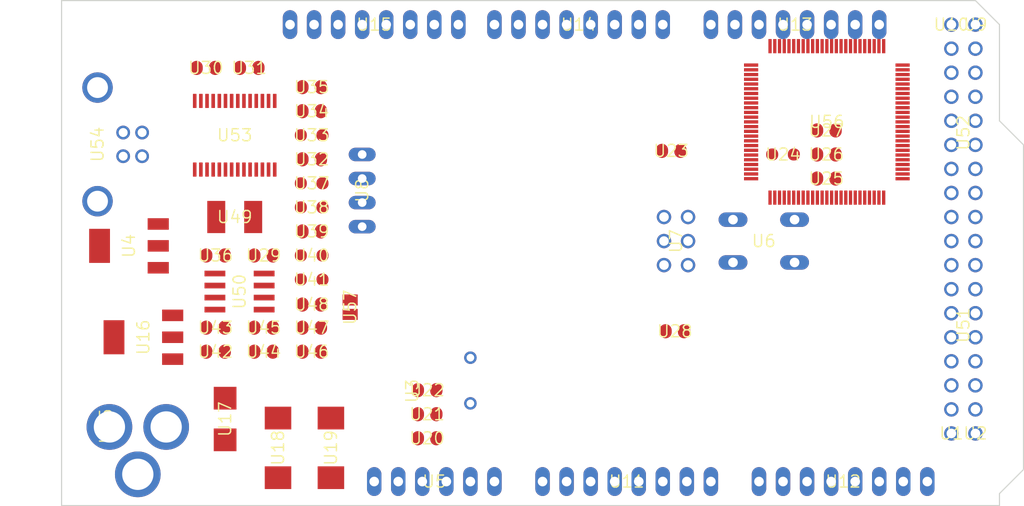
<source format=kicad_pcb>
(kicad_pcb (version 20221018) (generator pcbnew)
  (layers (0 "F.Cu" signal "Top") (31 "B.Cu" signal "Bottom") (34 "B.Paste" user) (35 "F.Paste" user) (36 "B.SilkS" user "B.Silkscreen") (37 "F.SilkS" user "F.Silkscreen") (38 "B.Mask" user) (39 "F.Mask" user) (44 "Edge.Cuts" user))
  (net 0 "")
  (net 1 "+5V")
  (net 2 "GND")
  (net 3 "N$6")
  (net 4 "N$7")
  (net 5 "AREF")
  (net 6 "RESET")
  (net 7 "VIN")
  (net 8 "N$3")
  (net 9 "PWRIN")
  (net 10 "M8RXD")
  (net 11 "M8TXD")
  (net 12 "ADC0")
  (net 13 "ADC2")
  (net 14 "ADC1")
  (net 15 "ADC3")
  (net 16 "ADC4")
  (net 17 "ADC5")
  (net 18 "ADC6")
  (net 19 "ADC7")
  (net 20 "+3V3")
  (net 21 "SDA")
  (net 22 "SCL")
  (net 23 "ADC9")
  (net 24 "ADC8")
  (net 25 "ADC10")
  (net 26 "ADC11")
  (net 27 "ADC12")
  (net 28 "ADC13")
  (net 29 "ADC14")
  (net 30 "ADC15")
  (net 31 "PB3")
  (net 32 "PB2")
  (net 33 "PB1")
  (net 34 "PB5")
  (net 35 "PB4")
  (net 36 "PE5")
  (net 37 "PE4")
  (net 38 "PE3")
  (net 39 "PE1")
  (net 40 "PE0")
  (net 41 "N$15")
  (net 42 "N$53")
  (net 43 "N$54")
  (net 44 "N$55")
  (net 45 "D-")
  (net 46 "D+")
  (net 47 "N$60")
  (net 48 "DTR")
  (net 49 "USBVCC")
  (net 50 "N$2")
  (net 51 "N$4")
  (net 52 "GATE_CMD")
  (net 53 "CMP")
  (net 54 "PB6")
  (net 55 "PH3")
  (net 56 "PH4")
  (net 57 "PH5")
  (net 58 "PH6")
  (net 59 "PG5")
  (net 60 "RXD1")
  (net 61 "TXD1")
  (net 62 "RXD2")
  (net 63 "RXD3")
  (net 64 "TXD2")
  (net 65 "TXD3")
  (net 66 "PC0")
  (net 67 "PC1")
  (net 68 "PC2")
  (net 69 "PC3")
  (net 70 "PC4")
  (net 71 "PC5")
  (net 72 "PC6")
  (net 73 "PC7")
  (net 74 "PB0")
  (net 75 "PG0")
  (net 76 "PG1")
  (net 77 "PG2")
  (net 78 "PD7")
  (net 79 "PA0")
  (net 80 "PA1")
  (net 81 "PA2")
  (net 82 "PA3")
  (net 83 "PA4")
  (net 84 "PA5")
  (net 85 "PA6")
  (net 86 "PA7")
  (net 87 "PL0")
  (net 88 "PL1")
  (net 89 "PL2")
  (net 90 "PL3")
  (net 91 "PL4")
  (net 92 "PL5")
  (net 93 "PL6")
  (net 94 "PL7")
  (net 95 "PB7")
  (net 96 "CTS")
  (net 97 "DSR")
  (net 98 "DCD")
  (net 99 "RI")
  (footprint "Arduino_MEGA_Reference_Design:2X03" (layer "F.Cu") (at 162.5981 103.7336 -90)
    (fp_text reference "U7")
    (fp_text value "")
  )
  (footprint "Arduino_MEGA_Reference_Design:1X08" (layer "F.Cu") (at 152.3111 80.8736 180)
    (fp_text reference "U14")
    (fp_text value "")
  )
  (footprint "Arduino_MEGA_Reference_Design:1X08" (layer "F.Cu") (at 130.7211 80.8736 180)
    (fp_text reference "U15")
    (fp_text value "")
  )
  (footprint "Arduino_MEGA_Reference_Design:SMC_D" (layer "F.Cu") (at 120.5611 125.5776 -90)
    (fp_text reference "U18")
    (fp_text value "")
  )
  (footprint "Arduino_MEGA_Reference_Design:SMC_D" (layer "F.Cu") (at 126.1491 125.5776 -90)
    (fp_text reference "U19")
    (fp_text value "")
  )
  (footprint "Arduino_MEGA_Reference_Design:B3F-10XX" (layer "F.Cu") (at 171.8691 103.7336 180)
    (fp_text reference "U6")
    (fp_text value "")
  )
  (footprint "Arduino_MEGA_Reference_Design:0805RND" (layer "F.Cu") (at 173.9011 94.5896 180)
    (fp_text reference "U24")
    (fp_text value "")
  )
  (footprint "Arduino_MEGA_Reference_Design:SMB" (layer "F.Cu") (at 114.9731 122.5296 -90)
    (fp_text reference "U17")
    (fp_text value "")
  )
  (footprint "Arduino_MEGA_Reference_Design:DC-21MM" (layer "F.Cu") (at 103.0351 123.2916 90)
    (fp_text reference "U55")
    (fp_text value "")
  )
  (footprint "Arduino_MEGA_Reference_Design:HC49_S" (layer "F.Cu") (at 140.8811 118.4656 90)
    (fp_text reference "U3")
    (fp_text value "")
  )
  (footprint "Arduino_MEGA_Reference_Design:SOT223" (layer "F.Cu") (at 106.3371 113.8936 90)
    (fp_text reference "U16")
    (fp_text value "")
  )
  (footprint "Arduino_MEGA_Reference_Design:1X06" (layer "F.Cu") (at 137.0711 129.1336)
    (fp_text reference "U5")
    (fp_text value "")
  )
  (footprint "Arduino_MEGA_Reference_Design:C0805RND" (layer "F.Cu") (at 124.1171 87.4776)
    (fp_text reference "U35")
    (fp_text value "")
  )
  (footprint "Arduino_MEGA_Reference_Design:C0805RND" (layer "F.Cu") (at 162.4711 113.2586)
    (fp_text reference "U28")
    (fp_text value "")
  )
  (footprint "Arduino_MEGA_Reference_Design:C0805RND" (layer "F.Cu") (at 136.3091 122.0216)
    (fp_text reference "U21")
    (fp_text value "")
  )
  (footprint "Arduino_MEGA_Reference_Design:C0805RND" (layer "F.Cu") (at 136.3091 119.4816)
    (fp_text reference "U22")
    (fp_text value "")
  )
  (footprint "Arduino_MEGA_Reference_Design:C0805RND" (layer "F.Cu") (at 113.9571 112.8776)
    (fp_text reference "U43")
    (fp_text value "")
  )
  (footprint "Arduino_MEGA_Reference_Design:RCL_0805RND" (layer "F.Cu") (at 124.1171 105.2576)
    (fp_text reference "U40")
    (fp_text value "")
  )
  (footprint "Arduino_MEGA_Reference_Design:RCL_0805RND" (layer "F.Cu") (at 124.1171 107.7976)
    (fp_text reference "U41")
    (fp_text value "")
  )
  (footprint "Arduino_MEGA_Reference_Design:1X08" (layer "F.Cu") (at 157.3911 129.1336)
    (fp_text reference "U11")
    (fp_text value "")
  )
  (footprint "Arduino_MEGA_Reference_Design:1X08" (layer "F.Cu") (at 175.1711 80.8736 180)
    (fp_text reference "U13")
    (fp_text value "")
  )
  (footprint "Arduino_MEGA_Reference_Design:R0805RND" (layer "F.Cu") (at 178.4731 94.5896 180)
    (fp_text reference "U26")
    (fp_text value "")
  )
  (footprint "Arduino_MEGA_Reference_Design:R0805RND" (layer "F.Cu") (at 178.4731 92.0496 180)
    (fp_text reference "U27")
    (fp_text value "")
  )
  (footprint "Arduino_MEGA_Reference_Design:TQFP100" (layer "F.Cu") (at 178.529541015625 91.14759826660156 0)
    (fp_text reference "U56")
    (fp_text value "")
  )
  (footprint "Arduino_MEGA_Reference_Design:C0805RND" (layer "F.Cu") (at 162.0901 94.2086 180)
    (fp_text reference "U23")
    (fp_text value "")
  )
  (footprint "Arduino_MEGA_Reference_Design:C0805RND" (layer "F.Cu") (at 136.3091 124.5616)
    (fp_text reference "U20")
    (fp_text value "")
  )
  (footprint "Arduino_MEGA_Reference_Design:1X08" (layer "F.Cu") (at 180.2511 129.1336)
    (fp_text reference "U12")
    (fp_text value "")
  )
  (footprint "Arduino_MEGA_Reference_Design:R0805RND" (layer "F.Cu") (at 124.1171 112.8776)
    (fp_text reference "U47")
    (fp_text value "")
  )
  (footprint "Arduino_MEGA_Reference_Design:C0805RND" (layer "F.Cu") (at 124.1171 115.4176)
    (fp_text reference "U46")
    (fp_text value "")
  )
  (footprint "Arduino_MEGA_Reference_Design:C0805RND" (layer "F.Cu") (at 113.9571 105.2576)
    (fp_text reference "U36")
    (fp_text value "")
  )
  (footprint "Arduino_MEGA_Reference_Design:C0805RND" (layer "F.Cu") (at 112.9411 85.4456)
    (fp_text reference "U30")
    (fp_text value "")
  )
  (footprint "Arduino_MEGA_Reference_Design:0805RND" (layer "F.Cu") (at 124.1171 100.1776 180)
    (fp_text reference "U38")
    (fp_text value "")
  )
  (footprint "Arduino_MEGA_Reference_Design:0805RND" (layer "F.Cu") (at 124.1171 97.6376 180)
    (fp_text reference "U37")
    (fp_text value "")
  )
  (footprint "Arduino_MEGA_Reference_Design:R0805RND" (layer "F.Cu") (at 124.1171 95.0976)
    (fp_text reference "U32")
    (fp_text value "")
  )
  (footprint "Arduino_MEGA_Reference_Design:R0805RND" (layer "F.Cu") (at 124.1171 102.7176)
    (fp_text reference "U39")
    (fp_text value "")
  )
  (footprint "Arduino_MEGA_Reference_Design:SSOP28" (layer "F.Cu") (at 115.9891 92.5576)
    (fp_text reference "U53")
    (fp_text value "")
  )
  (footprint "Arduino_MEGA_Reference_Design:PN61729" (layer "F.Cu") (at 98.9584 93.5228 -90)
    (fp_text reference "U54")
    (fp_text value "")
  )
  (footprint "Arduino_MEGA_Reference_Design:L1812" (layer "F.Cu") (at 115.9891 101.1936)
    (fp_text reference "U49")
    (fp_text value "")
  )
  (footprint "Arduino_MEGA_Reference_Design:C0805RND" (layer "F.Cu") (at 117.5131 85.4456)
    (fp_text reference "U31")
    (fp_text value "")
  )
  (footprint "Arduino_MEGA_Reference_Design:0805RND" (layer "F.Cu") (at 124.1171 92.5576 180)
    (fp_text reference "U33")
    (fp_text value "")
  )
  (footprint "Arduino_MEGA_Reference_Design:R0805RND" (layer "F.Cu") (at 124.1171 90.0176 180)
    (fp_text reference "U34")
    (fp_text value "")
  )
  (footprint "Arduino_MEGA_Reference_Design:C0805RND" (layer "F.Cu") (at 124.1171 110.4392 180)
    (fp_text reference "U48")
    (fp_text value "")
  )
  (footprint "Arduino_MEGA_Reference_Design:SOT223" (layer "F.Cu") (at 104.8131 104.2416 90)
    (fp_text reference "U4")
    (fp_text value "")
  )
  (footprint "Arduino_MEGA_Reference_Design:SO08" (layer "F.Cu") (at 116.4971 109.0676 -90)
    (fp_text reference "U50")
    (fp_text value "")
  )
  (footprint "Arduino_MEGA_Reference_Design:R0805RND" (layer "F.Cu") (at 113.9571 115.4176 180)
    (fp_text reference "U42")
    (fp_text value "")
  )
  (footprint "Arduino_MEGA_Reference_Design:R0805RND" (layer "F.Cu") (at 119.0371 112.8776 180)
    (fp_text reference "U45")
    (fp_text value "")
  )
  (footprint "Arduino_MEGA_Reference_Design:C0805RND" (layer "F.Cu") (at 119.0371 115.4176 180)
    (fp_text reference "U44")
    (fp_text value "")
  )
  (footprint "Arduino_MEGA_Reference_Design:C0805RND" (layer "F.Cu") (at 119.0371 105.2576)
    (fp_text reference "U29")
    (fp_text value "")
  )
  (footprint "Arduino_MEGA_Reference_Design:2X08" (layer "F.Cu") (at 192.9511 92.3036 90)
    (fp_text reference "U52")
    (fp_text value "")
  )
  (footprint "Arduino_MEGA_Reference_Design:2X08" (layer "F.Cu") (at 192.9511 112.6236 90)
    (fp_text reference "U51")
    (fp_text value "")
  )
  (footprint "Arduino_MEGA_Reference_Design:R0805RND" (layer "F.Cu") (at 178.4731 97.1296 180)
    (fp_text reference "U25")
    (fp_text value "")
  )
  (footprint "Arduino_MEGA_Reference_Design:1X01" (layer "F.Cu") (at 191.6811 80.8736)
    (fp_text reference "U10")
    (fp_text value "")
  )
  (footprint "Arduino_MEGA_Reference_Design:1X01" (layer "F.Cu") (at 194.2211 80.8736)
    (fp_text reference "U9")
    (fp_text value "")
  )
  (footprint "Arduino_MEGA_Reference_Design:1X01" (layer "F.Cu") (at 191.6811 124.0536)
    (fp_text reference "U1")
    (fp_text value "")
  )
  (footprint "Arduino_MEGA_Reference_Design:1X01" (layer "F.Cu") (at 194.2211 124.0536)
    (fp_text reference "U2")
    (fp_text value "")
  )
  (footprint "Arduino_MEGA_Reference_Design:SJ" (layer "F.Cu") (at 128.1811 110.7186 -90)
    (fp_text reference "U57")
    (fp_text value "")
  )
  (footprint "Arduino_MEGA_Reference_Design:JP4" (layer "F.Cu") (at 129.4511 98.3996 -90)
    (fp_text reference "U8")
    (fp_text value "")
  )
  (gr_line (start 196.7611 80.8736) (end 196.7611 91.0336) (layer "Edge.Cuts") (width 0.12))
  (gr_line (start 196.7611 130.4036) (end 196.7611 131.6736) (layer "Edge.Cuts") (width 0.12))
  (gr_line (start 194.2211 78.3336) (end 196.7611 80.8736) (layer "Edge.Cuts") (width 0.12))
  (gr_line (start 97.7011 78.3336) (end 194.2211 78.3336) (layer "Edge.Cuts") (width 0.12))
  (gr_line (start 196.7611 91.0336) (end 199.3011 93.5736) (layer "Edge.Cuts") (width 0.12))
  (gr_line (start 97.7011 131.6736) (end 97.7011 78.3336) (layer "Edge.Cuts") (width 0.12))
  (gr_line (start 196.7611 131.6736) (end 97.7011 131.6736) (layer "Edge.Cuts") (width 0.12))
  (gr_line (start 199.3011 93.5736) (end 199.3011 127.8636) (layer "Edge.Cuts") (width 0.12))
  (gr_line (start 199.3011 127.8636) (end 196.7611 130.4036) (layer "Edge.Cuts") (width 0.12))
)
</source>
